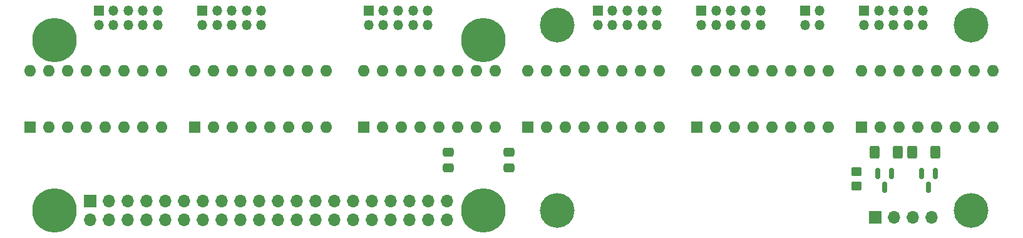
<source format=gbr>
%TF.GenerationSoftware,KiCad,Pcbnew,8.0.4+dfsg-1*%
%TF.CreationDate,2025-02-17T17:51:02+01:00*%
%TF.ProjectId,nixie-clock,6e697869-652d-4636-9c6f-636b2e6b6963,rev?*%
%TF.SameCoordinates,Original*%
%TF.FileFunction,Soldermask,Bot*%
%TF.FilePolarity,Negative*%
%FSLAX46Y46*%
G04 Gerber Fmt 4.6, Leading zero omitted, Abs format (unit mm)*
G04 Created by KiCad (PCBNEW 8.0.4+dfsg-1) date 2025-02-17 17:51:02*
%MOMM*%
%LPD*%
G01*
G04 APERTURE LIST*
G04 Aperture macros list*
%AMRoundRect*
0 Rectangle with rounded corners*
0 $1 Rounding radius*
0 $2 $3 $4 $5 $6 $7 $8 $9 X,Y pos of 4 corners*
0 Add a 4 corners polygon primitive as box body*
4,1,4,$2,$3,$4,$5,$6,$7,$8,$9,$2,$3,0*
0 Add four circle primitives for the rounded corners*
1,1,$1+$1,$2,$3*
1,1,$1+$1,$4,$5*
1,1,$1+$1,$6,$7*
1,1,$1+$1,$8,$9*
0 Add four rect primitives between the rounded corners*
20,1,$1+$1,$2,$3,$4,$5,0*
20,1,$1+$1,$4,$5,$6,$7,0*
20,1,$1+$1,$6,$7,$8,$9,0*
20,1,$1+$1,$8,$9,$2,$3,0*%
G04 Aperture macros list end*
%ADD10R,1.700000X1.700000*%
%ADD11O,1.700000X1.700000*%
%ADD12R,1.600000X1.600000*%
%ADD13O,1.600000X1.600000*%
%ADD14C,4.700000*%
%ADD15C,6.000000*%
%ADD16R,1.350000X1.350000*%
%ADD17O,1.350000X1.350000*%
%ADD18RoundRect,0.250000X0.400000X0.625000X-0.400000X0.625000X-0.400000X-0.625000X0.400000X-0.625000X0*%
%ADD19RoundRect,0.250000X0.450000X-0.350000X0.450000X0.350000X-0.450000X0.350000X-0.450000X-0.350000X0*%
%ADD20RoundRect,0.250000X-0.475000X0.337500X-0.475000X-0.337500X0.475000X-0.337500X0.475000X0.337500X0*%
%ADD21RoundRect,0.150000X-0.150000X0.587500X-0.150000X-0.587500X0.150000X-0.587500X0.150000X0.587500X0*%
G04 APERTURE END LIST*
D10*
%TO.C,J2*%
X193000000Y-117000000D03*
D11*
X195540000Y-117000000D03*
X198080000Y-117000000D03*
X200620000Y-117000000D03*
%TD*%
D12*
%TO.C,U6*%
X146065000Y-104765000D03*
D13*
X148605000Y-104765000D03*
X151145000Y-104765000D03*
X153685000Y-104765000D03*
X156225000Y-104765000D03*
X158765000Y-104765000D03*
X161305000Y-104765000D03*
X163845000Y-104765000D03*
X163845000Y-97145000D03*
X161305000Y-97145000D03*
X158765000Y-97145000D03*
X156225000Y-97145000D03*
X153685000Y-97145000D03*
X151145000Y-97145000D03*
X148605000Y-97145000D03*
X146065000Y-97145000D03*
%TD*%
D12*
%TO.C,U8*%
X191150000Y-104765000D03*
D13*
X193690000Y-104765000D03*
X196230000Y-104765000D03*
X198770000Y-104765000D03*
X201310000Y-104765000D03*
X203850000Y-104765000D03*
X206390000Y-104765000D03*
X208930000Y-104765000D03*
X208930000Y-97145000D03*
X206390000Y-97145000D03*
X203850000Y-97145000D03*
X201310000Y-97145000D03*
X198770000Y-97145000D03*
X196230000Y-97145000D03*
X193690000Y-97145000D03*
X191150000Y-97145000D03*
%TD*%
D12*
%TO.C,U3*%
X78755000Y-104765000D03*
D13*
X81295000Y-104765000D03*
X83835000Y-104765000D03*
X86375000Y-104765000D03*
X88915000Y-104765000D03*
X91455000Y-104765000D03*
X93995000Y-104765000D03*
X96535000Y-104765000D03*
X96535000Y-97145000D03*
X93995000Y-97145000D03*
X91455000Y-97145000D03*
X88915000Y-97145000D03*
X86375000Y-97145000D03*
X83835000Y-97145000D03*
X81295000Y-97145000D03*
X78755000Y-97145000D03*
%TD*%
D12*
%TO.C,U2*%
X123840000Y-104755000D03*
D13*
X126380000Y-104755000D03*
X128920000Y-104755000D03*
X131460000Y-104755000D03*
X134000000Y-104755000D03*
X136540000Y-104755000D03*
X139080000Y-104755000D03*
X141620000Y-104755000D03*
X141620000Y-97135000D03*
X139080000Y-97135000D03*
X136540000Y-97135000D03*
X134000000Y-97135000D03*
X131460000Y-97135000D03*
X128920000Y-97135000D03*
X126380000Y-97135000D03*
X123840000Y-97135000D03*
%TD*%
D14*
%TO.C,H1*%
X206000000Y-116000000D03*
%TD*%
%TO.C,H2*%
X206000000Y-91000000D03*
%TD*%
D12*
%TO.C,U7*%
X168925000Y-104765000D03*
D13*
X171465000Y-104765000D03*
X174005000Y-104765000D03*
X176545000Y-104765000D03*
X179085000Y-104765000D03*
X181625000Y-104765000D03*
X184165000Y-104765000D03*
X186705000Y-104765000D03*
X186705000Y-97145000D03*
X184165000Y-97145000D03*
X181625000Y-97145000D03*
X179085000Y-97145000D03*
X176545000Y-97145000D03*
X174005000Y-97145000D03*
X171465000Y-97145000D03*
X168925000Y-97145000D03*
%TD*%
D14*
%TO.C,H4*%
X150000000Y-116000000D03*
%TD*%
D12*
%TO.C,U5*%
X100980000Y-104765000D03*
D13*
X103520000Y-104765000D03*
X106060000Y-104765000D03*
X108600000Y-104765000D03*
X111140000Y-104765000D03*
X113680000Y-104765000D03*
X116220000Y-104765000D03*
X118760000Y-104765000D03*
X118760000Y-97145000D03*
X116220000Y-97145000D03*
X113680000Y-97145000D03*
X111140000Y-97145000D03*
X108600000Y-97145000D03*
X106060000Y-97145000D03*
X103520000Y-97145000D03*
X100980000Y-97145000D03*
%TD*%
D15*
%TO.C,J1*%
X82000000Y-116000000D03*
X140000000Y-116000000D03*
X82000000Y-93000000D03*
X140000000Y-93000000D03*
D10*
X86870000Y-114730000D03*
D11*
X86870000Y-117270000D03*
X89410000Y-114730000D03*
X89410000Y-117270000D03*
X91950000Y-114730000D03*
X91950000Y-117270000D03*
X94490000Y-114730000D03*
X94490000Y-117270000D03*
X97030000Y-114730000D03*
X97030000Y-117270000D03*
X99570000Y-114730000D03*
X99570000Y-117270000D03*
X102110000Y-114730000D03*
X102110000Y-117270000D03*
X104650000Y-114730000D03*
X104650000Y-117270000D03*
X107190000Y-114730000D03*
X107190000Y-117270000D03*
X109730000Y-114730000D03*
X109730000Y-117270000D03*
X112270000Y-114730000D03*
X112270000Y-117270000D03*
X114810000Y-114730000D03*
X114810000Y-117270000D03*
X117350000Y-114730000D03*
X117350000Y-117270000D03*
X119890000Y-114730000D03*
X119890000Y-117270000D03*
X122430000Y-114730000D03*
X122430000Y-117270000D03*
X124970000Y-114730000D03*
X124970000Y-117270000D03*
X127510000Y-114730000D03*
X127510000Y-117270000D03*
X130050000Y-114730000D03*
X130050000Y-117270000D03*
X132590000Y-114730000D03*
X132590000Y-117270000D03*
X135130000Y-114730000D03*
X135130000Y-117270000D03*
%TD*%
D14*
%TO.C,H3*%
X150000000Y-91000000D03*
%TD*%
D16*
%TO.C,J5*%
X102000000Y-89000000D03*
D17*
X102000000Y-91000000D03*
X104000000Y-89000000D03*
X104000000Y-91000000D03*
X106000000Y-89000000D03*
X106000000Y-91000000D03*
X108000000Y-89000000D03*
X108000000Y-91000000D03*
X110000000Y-89000000D03*
X110000000Y-91000000D03*
%TD*%
D18*
%TO.C,R8*%
X196065000Y-108155000D03*
X192965000Y-108155000D03*
%TD*%
D19*
%TO.C,R10*%
X190500000Y-112760000D03*
X190500000Y-110760000D03*
%TD*%
D20*
%TO.C,C8*%
X143510000Y-108182500D03*
X143510000Y-110257500D03*
%TD*%
D16*
%TO.C,J7*%
X155500000Y-89000000D03*
D17*
X155500000Y-91000000D03*
X157500000Y-89000000D03*
X157500000Y-91000000D03*
X159500000Y-89000000D03*
X159500000Y-91000000D03*
X161500000Y-89000000D03*
X161500000Y-91000000D03*
X163500000Y-89000000D03*
X163500000Y-91000000D03*
%TD*%
D21*
%TO.C,Q2*%
X199280000Y-111027500D03*
X201180000Y-111027500D03*
X200230000Y-112902500D03*
%TD*%
D16*
%TO.C,J3*%
X88000000Y-89000000D03*
D17*
X88000000Y-91000000D03*
X90000000Y-89000000D03*
X90000000Y-91000000D03*
X92000000Y-89000000D03*
X92000000Y-91000000D03*
X94000000Y-89000000D03*
X94000000Y-91000000D03*
X96000000Y-89000000D03*
X96000000Y-91000000D03*
%TD*%
D16*
%TO.C,J9*%
X191500000Y-89000000D03*
D17*
X191500000Y-91000000D03*
X193500000Y-89000000D03*
X193500000Y-91000000D03*
X195500000Y-89000000D03*
X195500000Y-91000000D03*
X197500000Y-89000000D03*
X197500000Y-91000000D03*
X199500000Y-89000000D03*
X199500000Y-91000000D03*
%TD*%
D16*
%TO.C,J6*%
X124500000Y-89000000D03*
D17*
X124500000Y-91000000D03*
X126500000Y-89000000D03*
X126500000Y-91000000D03*
X128500000Y-89000000D03*
X128500000Y-91000000D03*
X130500000Y-89000000D03*
X130500000Y-91000000D03*
X132500000Y-89000000D03*
X132500000Y-91000000D03*
%TD*%
D16*
%TO.C,J4*%
X183500000Y-89000000D03*
D17*
X183500000Y-91000000D03*
X185500000Y-89000000D03*
X185500000Y-91000000D03*
%TD*%
D20*
%TO.C,C9*%
X135255000Y-108182500D03*
X135255000Y-110257500D03*
%TD*%
D21*
%TO.C,Q1*%
X193360000Y-111027500D03*
X195260000Y-111027500D03*
X194310000Y-112902500D03*
%TD*%
D16*
%TO.C,J8*%
X169500000Y-89000000D03*
D17*
X169500000Y-91000000D03*
X171500000Y-89000000D03*
X171500000Y-91000000D03*
X173500000Y-89000000D03*
X173500000Y-91000000D03*
X175500000Y-89000000D03*
X175500000Y-91000000D03*
X177500000Y-89000000D03*
X177500000Y-91000000D03*
%TD*%
D18*
%TO.C,R9*%
X201145000Y-108155000D03*
X198045000Y-108155000D03*
%TD*%
M02*

</source>
